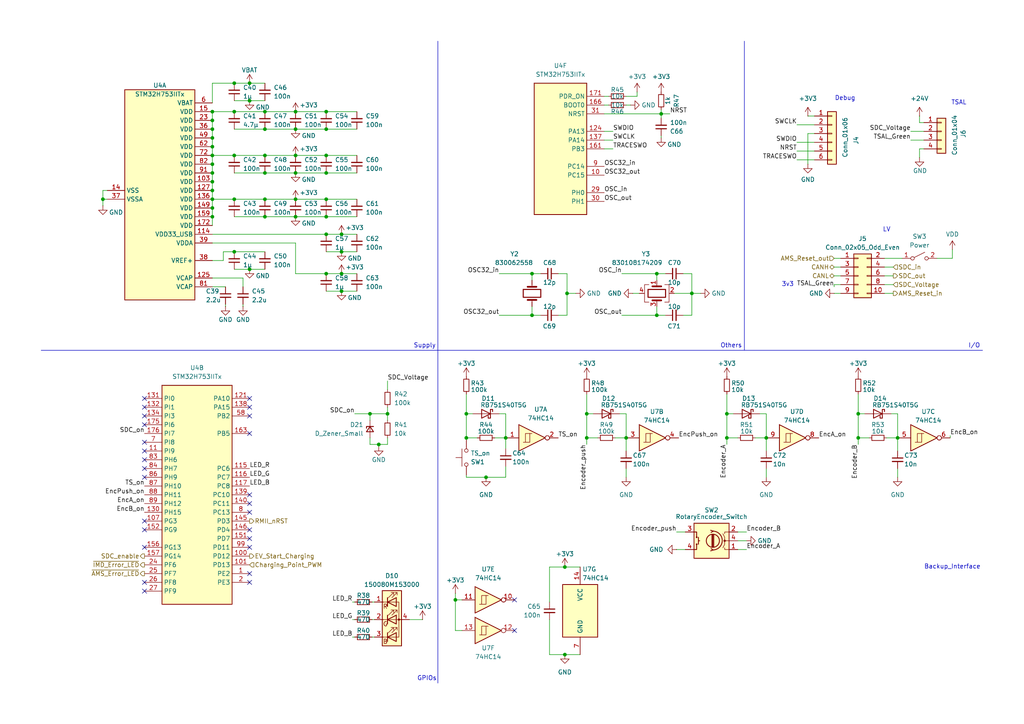
<source format=kicad_sch>
(kicad_sch
	(version 20250114)
	(generator "eeschema")
	(generator_version "9.0")
	(uuid "35b8a975-a1f8-4a47-8395-8e1ea283b386")
	(paper "A4")
	
	(text "Supply"
		(exclude_from_sim no)
		(at 123.19 100.33 0)
		(effects
			(font
				(size 1.27 1.27)
			)
		)
		(uuid "131e0615-657c-4f59-929d-0b7601842308")
	)
	(text "Backup_Interface"
		(exclude_from_sim no)
		(at 276.225 164.465 0)
		(effects
			(font
				(size 1.27 1.27)
			)
		)
		(uuid "15d77424-d13c-4f90-9f96-be8bf1adf8cc")
	)
	(text "3v3"
		(exclude_from_sim no)
		(at 226.695 82.55 0)
		(effects
			(font
				(size 1.27 1.27)
			)
			(justify left)
		)
		(uuid "364922e6-446e-413c-878a-bdcedb16435f")
	)
	(text "Debug"
		(exclude_from_sim no)
		(at 245.11 28.575 0)
		(effects
			(font
				(size 1.27 1.27)
			)
		)
		(uuid "79c5fecb-7e44-4b5c-b26a-b9a1ead8d6a7")
	)
	(text "GPIOs"
		(exclude_from_sim no)
		(at 123.825 196.85 0)
		(effects
			(font
				(size 1.27 1.27)
			)
		)
		(uuid "874e0f0d-b925-486e-858d-0f71e7baf11c")
	)
	(text "Others"
		(exclude_from_sim no)
		(at 212.09 100.33 0)
		(effects
			(font
				(size 1.27 1.27)
			)
		)
		(uuid "8c39beda-3239-4b4d-a394-cb66f7a7e4ef")
	)
	(text "LV"
		(exclude_from_sim no)
		(at 257.175 66.675 0)
		(effects
			(font
				(size 1.27 1.27)
			)
		)
		(uuid "8e72c987-571c-4fd1-98e2-d688bb9b9a23")
	)
	(text "TSAL"
		(exclude_from_sim no)
		(at 278.13 29.845 0)
		(effects
			(font
				(size 1.27 1.27)
			)
		)
		(uuid "b0e08e63-728e-465b-a9bb-a2354a70eaa5")
	)
	(text "I/O"
		(exclude_from_sim no)
		(at 282.575 100.33 0)
		(effects
			(font
				(size 1.27 1.27)
			)
		)
		(uuid "f89b8e88-7ad7-41ce-a0a0-f0fc435a26ef")
	)
	(junction
		(at 210.82 127)
		(diameter 0)
		(color 0 0 0 0)
		(uuid "03054f2e-9208-4716-83d7-1967059eae49")
	)
	(junction
		(at 170.18 120.015)
		(diameter 0)
		(color 0 0 0 0)
		(uuid "04edc9c4-6ba3-413b-80a1-5be3abfb178c")
	)
	(junction
		(at 61.595 60.325)
		(diameter 0)
		(color 0 0 0 0)
		(uuid "0639ff6d-0fa4-4a92-9101-ae69b2e89fd2")
	)
	(junction
		(at 135.255 127)
		(diameter 0)
		(color 0 0 0 0)
		(uuid "0da62957-c2c4-4942-91bd-ffb8d4251c5e")
	)
	(junction
		(at 67.945 32.385)
		(diameter 0)
		(color 0 0 0 0)
		(uuid "1277a601-4d5f-42fb-a0c5-a1f18ba0016e")
	)
	(junction
		(at 260.35 127)
		(diameter 0)
		(color 0 0 0 0)
		(uuid "1ec9d057-6b69-4bff-b2f9-d0b216a47459")
	)
	(junction
		(at 181.61 127)
		(diameter 0)
		(color 0 0 0 0)
		(uuid "1fbd7fc5-8c6d-4ada-afcb-22c60ceb9e34")
	)
	(junction
		(at 132.08 173.99)
		(diameter 0)
		(color 0 0 0 0)
		(uuid "2372f2f0-8b6b-4ba0-8156-48184e2d7c4f")
	)
	(junction
		(at 163.83 164.465)
		(diameter 0)
		(color 0 0 0 0)
		(uuid "32af624e-2218-4443-87a1-2186e9d667d8")
	)
	(junction
		(at 248.92 120.015)
		(diameter 0)
		(color 0 0 0 0)
		(uuid "37d9dbe4-82b9-4615-805a-2f19a542c56e")
	)
	(junction
		(at 170.18 127)
		(diameter 0)
		(color 0 0 0 0)
		(uuid "384fafa7-2dc2-475f-b12a-20aa52e1d930")
	)
	(junction
		(at 112.395 120.015)
		(diameter 0)
		(color 0 0 0 0)
		(uuid "38d409b5-2312-4643-b1fc-fd0131fce598")
	)
	(junction
		(at 67.945 57.785)
		(diameter 0)
		(color 0 0 0 0)
		(uuid "3a44a5b6-35e6-477b-bf34-724cef99df7e")
	)
	(junction
		(at 61.595 32.385)
		(diameter 0)
		(color 0 0 0 0)
		(uuid "3b2e415b-e57a-4f5e-b680-987d6e0ee75d")
	)
	(junction
		(at 76.835 45.085)
		(diameter 0)
		(color 0 0 0 0)
		(uuid "412c5816-2822-46ca-a32f-61cb431bfe1e")
	)
	(junction
		(at 61.595 34.925)
		(diameter 0)
		(color 0 0 0 0)
		(uuid "430d2d22-0f07-45e6-a066-ebb18e98b45d")
	)
	(junction
		(at 94.615 79.375)
		(diameter 0)
		(color 0 0 0 0)
		(uuid "432f5d77-435d-4ec6-8d84-c3578eca972e")
	)
	(junction
		(at 85.725 50.165)
		(diameter 0)
		(color 0 0 0 0)
		(uuid "43f5a8a8-38be-4f74-81aa-71bbc42e5709")
	)
	(junction
		(at 248.92 127)
		(diameter 0)
		(color 0 0 0 0)
		(uuid "46587df5-c4cb-464f-b081-46b2e985f2df")
	)
	(junction
		(at 99.06 84.455)
		(diameter 0)
		(color 0 0 0 0)
		(uuid "4904ae19-57ee-4766-a793-026af6184969")
	)
	(junction
		(at 61.595 57.785)
		(diameter 0)
		(color 0 0 0 0)
		(uuid "4a33e8c1-b15f-4db0-b29d-1dd2148aad9a")
	)
	(junction
		(at 85.725 57.785)
		(diameter 0)
		(color 0 0 0 0)
		(uuid "4bd9b2ee-526d-4e54-8543-852c7a6f1074")
	)
	(junction
		(at 61.595 40.005)
		(diameter 0)
		(color 0 0 0 0)
		(uuid "4bef900f-dc66-42af-b560-e8cc8d6a6bce")
	)
	(junction
		(at 61.595 37.465)
		(diameter 0)
		(color 0 0 0 0)
		(uuid "4c2b925c-0792-420d-8f18-1f562d9b6ba2")
	)
	(junction
		(at 99.06 73.025)
		(diameter 0)
		(color 0 0 0 0)
		(uuid "4ff38491-b732-4bec-930a-4ca407ceb858")
	)
	(junction
		(at 107.315 120.015)
		(diameter 0)
		(color 0 0 0 0)
		(uuid "543660ff-ca23-4fad-8505-bcc3272f30b0")
	)
	(junction
		(at 164.465 85.09)
		(diameter 0)
		(color 0 0 0 0)
		(uuid "556ed635-fced-44e3-845c-f708c990d149")
	)
	(junction
		(at 163.83 189.865)
		(diameter 0)
		(color 0 0 0 0)
		(uuid "57546ade-761b-45ef-9890-daec7eb5d082")
	)
	(junction
		(at 94.615 67.945)
		(diameter 0)
		(color 0 0 0 0)
		(uuid "58f143f7-5a5b-4ff8-89cf-03a63964eb53")
	)
	(junction
		(at 190.5 79.375)
		(diameter 0)
		(color 0 0 0 0)
		(uuid "592f8bd9-4310-4fe4-b840-3718d5a08ff0")
	)
	(junction
		(at 85.725 37.465)
		(diameter 0)
		(color 0 0 0 0)
		(uuid "5a46c399-0f9f-4049-86b9-32bfb792b0a4")
	)
	(junction
		(at 67.945 24.13)
		(diameter 0)
		(color 0 0 0 0)
		(uuid "5ee7831a-b9cd-4699-8b90-ccd7a33a516a")
	)
	(junction
		(at 94.615 62.865)
		(diameter 0)
		(color 0 0 0 0)
		(uuid "62af3ba4-2380-4137-9c4c-8f703fa148db")
	)
	(junction
		(at 222.25 127)
		(diameter 0)
		(color 0 0 0 0)
		(uuid "68357784-7318-43f3-becd-152fcf669e7d")
	)
	(junction
		(at 85.725 32.385)
		(diameter 0)
		(color 0 0 0 0)
		(uuid "6b4ae941-68bd-4806-b564-6051c3e374f6")
	)
	(junction
		(at 61.595 47.625)
		(diameter 0)
		(color 0 0 0 0)
		(uuid "6e7d6e8b-008e-46f2-97bf-300e301fcdc5")
	)
	(junction
		(at 72.39 29.21)
		(diameter 0)
		(color 0 0 0 0)
		(uuid "84972f59-b0b8-441f-aae9-7917b0ac015f")
	)
	(junction
		(at 85.725 45.085)
		(diameter 0)
		(color 0 0 0 0)
		(uuid "84d185bd-171c-460f-91bf-66aa757880e7")
	)
	(junction
		(at 76.835 37.465)
		(diameter 0)
		(color 0 0 0 0)
		(uuid "8a3e42ba-433e-476e-bec8-923cd84f46fb")
	)
	(junction
		(at 61.595 52.705)
		(diameter 0)
		(color 0 0 0 0)
		(uuid "93864b3d-3224-4702-bf3d-2ed04340069c")
	)
	(junction
		(at 99.06 79.375)
		(diameter 0)
		(color 0 0 0 0)
		(uuid "9e0818cf-2913-43d0-81ad-5fd7c6a3ddb1")
	)
	(junction
		(at 140.97 138.43)
		(diameter 0)
		(color 0 0 0 0)
		(uuid "a2af58c6-5f1e-4b3e-b0c0-12a279005486")
	)
	(junction
		(at 76.835 50.165)
		(diameter 0)
		(color 0 0 0 0)
		(uuid "a8da62c7-b5b2-4a05-8568-ce944b258201")
	)
	(junction
		(at 190.5 91.44)
		(diameter 0)
		(color 0 0 0 0)
		(uuid "ac9f37a4-8446-4a5b-a6ff-9f608799a097")
	)
	(junction
		(at 61.595 50.165)
		(diameter 0)
		(color 0 0 0 0)
		(uuid "b510fd1a-117a-465f-a751-9a561bd2ac96")
	)
	(junction
		(at 61.595 42.545)
		(diameter 0)
		(color 0 0 0 0)
		(uuid "b530e2a2-741c-4c76-ace0-7d60e6d206ce")
	)
	(junction
		(at 135.255 120.015)
		(diameter 0)
		(color 0 0 0 0)
		(uuid "b5323042-cbc4-4c6d-8b55-da362d9db400")
	)
	(junction
		(at 94.615 57.785)
		(diameter 0)
		(color 0 0 0 0)
		(uuid "bca7b570-75fa-40a7-a5dd-b415eee9e6fa")
	)
	(junction
		(at 94.615 50.165)
		(diameter 0)
		(color 0 0 0 0)
		(uuid "bcf0274b-9b82-4ddd-b442-da13a9d22e46")
	)
	(junction
		(at 67.945 73.025)
		(diameter 0)
		(color 0 0 0 0)
		(uuid "bdeb1722-eb35-4647-a7e0-350ed2e01785")
	)
	(junction
		(at 200.66 85.09)
		(diameter 0)
		(color 0 0 0 0)
		(uuid "c2234057-b903-484a-a2e3-a32a8859901c")
	)
	(junction
		(at 85.725 62.865)
		(diameter 0)
		(color 0 0 0 0)
		(uuid "c55b6c0a-705b-4ad7-afc8-beda683bc62e")
	)
	(junction
		(at 67.945 45.085)
		(diameter 0)
		(color 0 0 0 0)
		(uuid "ced6b67c-b589-447b-b173-eb3d5278bd77")
	)
	(junction
		(at 99.06 67.945)
		(diameter 0)
		(color 0 0 0 0)
		(uuid "ceeeb9fd-c3cf-438c-9822-df85739f3524")
	)
	(junction
		(at 191.77 33.02)
		(diameter 0)
		(color 0 0 0 0)
		(uuid "d01fb329-49c1-4312-9a86-8c2522e92a75")
	)
	(junction
		(at 72.39 24.13)
		(diameter 0)
		(color 0 0 0 0)
		(uuid "d181dd89-adb0-44ef-b5de-42f46220a519")
	)
	(junction
		(at 154.305 91.44)
		(diameter 0)
		(color 0 0 0 0)
		(uuid "d62f36d0-5342-483c-96b2-d979dd1cfd28")
	)
	(junction
		(at 154.305 79.375)
		(diameter 0)
		(color 0 0 0 0)
		(uuid "d7b6fc6c-855c-4ad5-b8db-ffb1631d4d8e")
	)
	(junction
		(at 29.845 57.785)
		(diameter 0)
		(color 0 0 0 0)
		(uuid "da4a391a-8756-4bbe-ad5d-6a5d7cc0698f")
	)
	(junction
		(at 72.39 78.105)
		(diameter 0)
		(color 0 0 0 0)
		(uuid "dc976682-daa7-427b-b632-e4e6f1b2f4a5")
	)
	(junction
		(at 146.685 127)
		(diameter 0)
		(color 0 0 0 0)
		(uuid "ddd035ed-81df-49e3-9245-82755440f4a5")
	)
	(junction
		(at 61.595 55.245)
		(diameter 0)
		(color 0 0 0 0)
		(uuid "e0d34c7c-a2c8-4d45-a4be-7edc074c7759")
	)
	(junction
		(at 210.82 120.015)
		(diameter 0)
		(color 0 0 0 0)
		(uuid "e28988d6-1ee7-4e20-9f02-35f81af9ff26")
	)
	(junction
		(at 94.615 32.385)
		(diameter 0)
		(color 0 0 0 0)
		(uuid "e6ae9a3e-d48c-4e18-9235-74fe81b4c978")
	)
	(junction
		(at 61.595 62.865)
		(diameter 0)
		(color 0 0 0 0)
		(uuid "eea696d1-0980-4f7d-9ba9-1ff3dcb2b606")
	)
	(junction
		(at 76.835 57.785)
		(diameter 0)
		(color 0 0 0 0)
		(uuid "f3f74bf6-10b1-4218-bfb6-61ef3118c054")
	)
	(junction
		(at 76.835 62.865)
		(diameter 0)
		(color 0 0 0 0)
		(uuid "f5150f2b-4683-49e5-a470-3066104142ee")
	)
	(junction
		(at 61.595 45.085)
		(diameter 0)
		(color 0 0 0 0)
		(uuid "f5abb69e-3023-40b6-8c88-ffed31815111")
	)
	(junction
		(at 76.835 32.385)
		(diameter 0)
		(color 0 0 0 0)
		(uuid "f71381d7-d154-4117-8ffa-0d9e641e8953")
	)
	(junction
		(at 94.615 45.085)
		(diameter 0)
		(color 0 0 0 0)
		(uuid "fa07ce36-60e8-4ebb-8b80-5cc0f863054d")
	)
	(junction
		(at 94.615 37.465)
		(diameter 0)
		(color 0 0 0 0)
		(uuid "fea021c6-6169-4cbd-bd9b-0c0e6e7bdfc0")
	)
	(junction
		(at 109.855 128.905)
		(diameter 0)
		(color 0 0 0 0)
		(uuid "fee4a54d-fd10-4b4f-97f2-238b76d9efae")
	)
	(no_connect
		(at 72.39 153.67)
		(uuid "0979849e-710e-47b6-86d7-e9c688b9aa11")
	)
	(no_connect
		(at 72.39 143.51)
		(uuid "13083978-a433-486d-9ce7-3968dc7190da")
	)
	(no_connect
		(at 41.91 123.19)
		(uuid "146ce1fc-bec7-4dc3-ab48-bc46d796fe51")
	)
	(no_connect
		(at 72.39 166.37)
		(uuid "184e0b37-2f9c-4056-97b4-ef1a017e4ee4")
	)
	(no_connect
		(at 41.91 168.91)
		(uuid "1ab33352-5df0-41d3-8a2b-70622302d93e")
	)
	(no_connect
		(at 41.91 115.57)
		(uuid "23ed13f4-98b6-439c-b825-aece08b8acca")
	)
	(no_connect
		(at 72.39 168.91)
		(uuid "280c6123-36ed-4032-a8fb-23625e9cbf40")
	)
	(no_connect
		(at 149.225 182.88)
		(uuid "29403ca2-cc18-4015-b634-200487c369b9")
	)
	(no_connect
		(at 72.39 118.11)
		(uuid "3071b2a9-834c-4d88-bf39-2726c506937e")
	)
	(no_connect
		(at 72.39 156.21)
		(uuid "4f5fb956-ecd3-4e6a-b104-4f11672ec02d")
	)
	(no_connect
		(at 72.39 115.57)
		(uuid "554342c8-e8a6-401a-9844-51d2683b8c11")
	)
	(no_connect
		(at 72.39 148.59)
		(uuid "56d7413a-87a1-4ad6-8dbd-0da9468a8192")
	)
	(no_connect
		(at 41.91 153.67)
		(uuid "5cb0fac4-5588-43dd-a51e-c4f003bc7824")
	)
	(no_connect
		(at 41.91 171.45)
		(uuid "7e0e686d-2fb2-4695-9b96-f6d8257bde24")
	)
	(no_connect
		(at 149.225 173.99)
		(uuid "8cf95af1-9033-42fe-8297-3430137568f8")
	)
	(no_connect
		(at 72.39 146.05)
		(uuid "9c567fc2-914f-47ce-9a54-4d0e0f7c77a2")
	)
	(no_connect
		(at 72.39 125.73)
		(uuid "ae028c46-c4c0-44a8-ab15-5a3221e64571")
	)
	(no_connect
		(at 41.91 158.75)
		(uuid "b2a1bafe-da14-4fcd-aca9-95c91fcd2301")
	)
	(no_connect
		(at 41.91 120.65)
		(uuid "bf91d5ab-3192-49f6-a0f3-cb8a4dc750a6")
	)
	(no_connect
		(at 41.91 138.43)
		(uuid "c17d3ccd-81ba-4fdd-af5d-4cffde13a405")
	)
	(no_connect
		(at 41.91 133.35)
		(uuid "c2dec42b-d8b6-4fba-8ad8-3058ad41867c")
	)
	(no_connect
		(at 41.91 130.81)
		(uuid "cb35255e-15c1-4414-bab0-36e7e6123437")
	)
	(no_connect
		(at 72.39 120.65)
		(uuid "cf225bd0-a812-4259-9c6d-76bce07b2df2")
	)
	(no_connect
		(at 41.91 135.89)
		(uuid "cf870591-39f4-4cb8-9b41-ec579bc32917")
	)
	(no_connect
		(at 41.91 151.13)
		(uuid "d187bd36-9147-40e9-9890-05ffb8be5838")
	)
	(no_connect
		(at 41.91 128.27)
		(uuid "d944d886-a214-438d-bf39-c2249697a1c3")
	)
	(no_connect
		(at 41.91 118.11)
		(uuid "db10fffb-96cd-4cae-b23e-174ce2da0ba8")
	)
	(no_connect
		(at 72.39 158.75)
		(uuid "e38f9f38-fab1-4a5d-8735-35ab6dacc3c2")
	)
	(wire
		(pts
			(xy 29.845 55.245) (xy 29.845 57.785)
		)
		(stroke
			(width 0)
			(type default)
		)
		(uuid "032e93c1-425f-4fcb-aba6-03ae1c74082b")
	)
	(wire
		(pts
			(xy 61.595 50.165) (xy 61.595 52.705)
		)
		(stroke
			(width 0)
			(type default)
		)
		(uuid "04debeef-549a-4c39-927b-69f1f0139e70")
	)
	(wire
		(pts
			(xy 102.235 184.785) (xy 102.87 184.785)
		)
		(stroke
			(width 0)
			(type default)
		)
		(uuid "05c2eb4c-a567-4a7b-9a8b-6cba89516905")
	)
	(wire
		(pts
			(xy 163.83 164.465) (xy 159.385 164.465)
		)
		(stroke
			(width 0)
			(type default)
		)
		(uuid "07a82d9a-9ca8-4d08-8726-f180541b7083")
	)
	(wire
		(pts
			(xy 94.615 84.455) (xy 99.06 84.455)
		)
		(stroke
			(width 0)
			(type default)
		)
		(uuid "0897e0f0-120b-400e-bb14-897e40e7b02d")
	)
	(wire
		(pts
			(xy 61.595 45.085) (xy 61.595 47.625)
		)
		(stroke
			(width 0)
			(type default)
		)
		(uuid "097118d6-edc8-4348-b70f-10344c435092")
	)
	(wire
		(pts
			(xy 276.225 74.93) (xy 271.78 74.93)
		)
		(stroke
			(width 0)
			(type default)
		)
		(uuid "0abfaed6-42e2-4ebd-ac06-07b93585aba9")
	)
	(wire
		(pts
			(xy 210.82 127) (xy 210.82 120.015)
		)
		(stroke
			(width 0)
			(type default)
		)
		(uuid "0acb257e-2494-4ba3-9e68-77f675c74b58")
	)
	(wire
		(pts
			(xy 132.08 173.99) (xy 133.985 173.99)
		)
		(stroke
			(width 0)
			(type default)
		)
		(uuid "0c12a21c-7010-4ff8-acfb-f02a5c09dbb8")
	)
	(wire
		(pts
			(xy 266.7 33.655) (xy 266.7 35.56)
		)
		(stroke
			(width 0)
			(type default)
		)
		(uuid "0e5c1ed1-997f-463b-a28c-687c838c6c3e")
	)
	(wire
		(pts
			(xy 164.465 79.375) (xy 161.925 79.375)
		)
		(stroke
			(width 0)
			(type default)
		)
		(uuid "0f6e8366-0d81-4da7-9f30-62173a06d853")
	)
	(wire
		(pts
			(xy 144.78 91.44) (xy 154.305 91.44)
		)
		(stroke
			(width 0)
			(type default)
		)
		(uuid "0f761e8c-44a9-43ba-8303-ba52fba04da2")
	)
	(wire
		(pts
			(xy 94.615 32.385) (xy 103.505 32.385)
		)
		(stroke
			(width 0)
			(type default)
		)
		(uuid "0fa1f5e0-0ffe-4f7d-bf74-e541cdb35448")
	)
	(wire
		(pts
			(xy 67.945 29.21) (xy 72.39 29.21)
		)
		(stroke
			(width 0)
			(type default)
		)
		(uuid "104524c5-4e85-46bb-8fcf-6e42d9b60b65")
	)
	(wire
		(pts
			(xy 196.215 154.305) (xy 198.755 154.305)
		)
		(stroke
			(width 0)
			(type default)
		)
		(uuid "10bcdded-64db-4cbe-937c-70873d7cfb8e")
	)
	(wire
		(pts
			(xy 154.305 88.9) (xy 154.305 91.44)
		)
		(stroke
			(width 0)
			(type default)
		)
		(uuid "11e88f10-3504-432d-b8ed-d3a2e1236c08")
	)
	(wire
		(pts
			(xy 159.385 179.705) (xy 159.385 189.865)
		)
		(stroke
			(width 0)
			(type default)
		)
		(uuid "12993ed2-1dc1-4d0e-86ff-959c1d8c40f6")
	)
	(wire
		(pts
			(xy 156.845 79.375) (xy 154.305 79.375)
		)
		(stroke
			(width 0)
			(type default)
		)
		(uuid "13465972-5b15-4360-a8d8-10dafd7f715f")
	)
	(wire
		(pts
			(xy 61.595 80.645) (xy 70.485 80.645)
		)
		(stroke
			(width 0)
			(type default)
		)
		(uuid "148b4878-4176-450e-a5d5-e6bfe383516f")
	)
	(wire
		(pts
			(xy 276.225 72.39) (xy 276.225 74.93)
		)
		(stroke
			(width 0)
			(type default)
		)
		(uuid "149f6158-2d55-4904-9005-6a7af8f5b0bd")
	)
	(wire
		(pts
			(xy 61.595 70.485) (xy 85.725 70.485)
		)
		(stroke
			(width 0)
			(type default)
		)
		(uuid "17aaff2b-efe1-44db-8c2b-80df99259895")
	)
	(wire
		(pts
			(xy 266.7 45.72) (xy 266.7 43.18)
		)
		(stroke
			(width 0)
			(type default)
		)
		(uuid "17af4a42-5d6e-4b1d-a623-823e298f89ff")
	)
	(wire
		(pts
			(xy 248.92 127) (xy 248.92 120.015)
		)
		(stroke
			(width 0)
			(type default)
		)
		(uuid "189cc12e-17f9-4ac7-a5e3-046d825e6b14")
	)
	(wire
		(pts
			(xy 99.06 67.945) (xy 103.505 67.945)
		)
		(stroke
			(width 0)
			(type default)
		)
		(uuid "1a1d5fa7-6a93-453f-bf03-bdc034a2e77b")
	)
	(wire
		(pts
			(xy 94.615 57.785) (xy 103.505 57.785)
		)
		(stroke
			(width 0)
			(type default)
		)
		(uuid "1c4dff5e-c946-4edf-b17e-21144a60469e")
	)
	(wire
		(pts
			(xy 241.935 77.47) (xy 243.84 77.47)
		)
		(stroke
			(width 0)
			(type default)
		)
		(uuid "1d2e0e02-2515-4d66-aeb3-65162d89a3f4")
	)
	(wire
		(pts
			(xy 184.785 27.94) (xy 181.61 27.94)
		)
		(stroke
			(width 0)
			(type default)
		)
		(uuid "1f04f8da-308f-4d4b-b645-ba6a9e3ab5d0")
	)
	(wire
		(pts
			(xy 76.835 32.385) (xy 85.725 32.385)
		)
		(stroke
			(width 0)
			(type default)
		)
		(uuid "1faf3668-c96e-4421-a896-b7c77f08f668")
	)
	(wire
		(pts
			(xy 61.595 83.185) (xy 65.405 83.185)
		)
		(stroke
			(width 0)
			(type default)
		)
		(uuid "1ffb5664-1168-4c3c-85d6-4fdbdf0c4e6e")
	)
	(wire
		(pts
			(xy 264.16 38.1) (xy 267.97 38.1)
		)
		(stroke
			(width 0)
			(type default)
		)
		(uuid "24d23fd4-dde8-468b-82b9-b8390fc82a84")
	)
	(wire
		(pts
			(xy 135.255 120.015) (xy 135.255 114.3)
		)
		(stroke
			(width 0)
			(type default)
		)
		(uuid "24dd2109-d885-4f25-9b95-438c9c83cf53")
	)
	(wire
		(pts
			(xy 180.34 91.44) (xy 190.5 91.44)
		)
		(stroke
			(width 0)
			(type default)
		)
		(uuid "253dfb7b-e994-492e-9366-0b579cd2b921")
	)
	(wire
		(pts
			(xy 175.26 43.18) (xy 177.8 43.18)
		)
		(stroke
			(width 0)
			(type default)
		)
		(uuid "2648ca35-0d3b-41fc-a0c7-4426c47646af")
	)
	(wire
		(pts
			(xy 178.435 127) (xy 181.61 127)
		)
		(stroke
			(width 0)
			(type default)
		)
		(uuid "2648ed24-8d46-4019-81af-59cb3d3be6ef")
	)
	(wire
		(pts
			(xy 191.77 31.75) (xy 191.77 33.02)
		)
		(stroke
			(width 0)
			(type default)
		)
		(uuid "26c33951-823a-4537-8b37-6d067360a301")
	)
	(wire
		(pts
			(xy 112.395 128.905) (xy 112.395 127)
		)
		(stroke
			(width 0)
			(type default)
		)
		(uuid "2c4f26c5-5c63-4935-8730-31c29fa84cce")
	)
	(wire
		(pts
			(xy 181.61 127) (xy 181.61 130.81)
		)
		(stroke
			(width 0)
			(type default)
		)
		(uuid "2cdd5f51-0d96-4792-81bb-d51b64b09cb3")
	)
	(wire
		(pts
			(xy 61.595 24.13) (xy 67.945 24.13)
		)
		(stroke
			(width 0)
			(type default)
		)
		(uuid "309416c5-01a5-479d-b151-4aa15c679aae")
	)
	(wire
		(pts
			(xy 85.725 79.375) (xy 94.615 79.375)
		)
		(stroke
			(width 0)
			(type default)
		)
		(uuid "310b3c16-f636-42e3-92d9-8323bba36848")
	)
	(wire
		(pts
			(xy 76.835 37.465) (xy 85.725 37.465)
		)
		(stroke
			(width 0)
			(type default)
		)
		(uuid "330ea2aa-85e8-4ceb-99f4-7100f8ce0417")
	)
	(wire
		(pts
			(xy 191.77 33.02) (xy 194.31 33.02)
		)
		(stroke
			(width 0)
			(type default)
		)
		(uuid "347806f3-c012-4e14-b373-8933bd8734e0")
	)
	(wire
		(pts
			(xy 76.835 57.785) (xy 85.725 57.785)
		)
		(stroke
			(width 0)
			(type default)
		)
		(uuid "36d2f170-42d7-42b6-bedf-1e807c2cdfa4")
	)
	(wire
		(pts
			(xy 132.08 182.88) (xy 133.985 182.88)
		)
		(stroke
			(width 0)
			(type default)
		)
		(uuid "37e53374-fbe2-4c94-9df6-af2d252aceb1")
	)
	(wire
		(pts
			(xy 212.725 120.015) (xy 210.82 120.015)
		)
		(stroke
			(width 0)
			(type default)
		)
		(uuid "3d2600c5-4b7c-4f1d-afa3-11b5c6dcb5c5")
	)
	(wire
		(pts
			(xy 61.595 42.545) (xy 61.595 45.085)
		)
		(stroke
			(width 0)
			(type default)
		)
		(uuid "3ef07bc0-0d1b-4958-a3ce-4224cfe09f5c")
	)
	(wire
		(pts
			(xy 175.26 30.48) (xy 176.53 30.48)
		)
		(stroke
			(width 0)
			(type default)
		)
		(uuid "403943a3-7606-4350-b9f9-7a83a426e950")
	)
	(wire
		(pts
			(xy 107.315 120.015) (xy 107.315 121.92)
		)
		(stroke
			(width 0)
			(type default)
		)
		(uuid "40f3fbab-c25f-4c9a-a6ab-fb4449cf418a")
	)
	(wire
		(pts
			(xy 67.945 73.025) (xy 76.835 73.025)
		)
		(stroke
			(width 0)
			(type default)
		)
		(uuid "41a4017a-ed14-481c-94d2-358f975fdabf")
	)
	(wire
		(pts
			(xy 146.685 135.255) (xy 146.685 138.43)
		)
		(stroke
			(width 0)
			(type default)
		)
		(uuid "42a6c1c1-0bec-4a64-ba97-022485632b2c")
	)
	(wire
		(pts
			(xy 196.215 159.385) (xy 198.755 159.385)
		)
		(stroke
			(width 0)
			(type default)
		)
		(uuid "45efd4b5-380f-4cd4-904f-cf4fa9f9daec")
	)
	(wire
		(pts
			(xy 99.06 79.375) (xy 103.505 79.375)
		)
		(stroke
			(width 0)
			(type default)
		)
		(uuid "4744999c-668b-4ef7-aadc-3605c6b773bc")
	)
	(wire
		(pts
			(xy 181.61 120.015) (xy 179.705 120.015)
		)
		(stroke
			(width 0)
			(type default)
		)
		(uuid "49c65d79-8bc2-442d-ab86-201154fc87cc")
	)
	(wire
		(pts
			(xy 241.935 82.55) (xy 243.84 82.55)
		)
		(stroke
			(width 0)
			(type default)
		)
		(uuid "4a8c75fc-97c8-4a4c-ae30-d2dd3740701b")
	)
	(wire
		(pts
			(xy 94.615 67.945) (xy 99.06 67.945)
		)
		(stroke
			(width 0)
			(type default)
		)
		(uuid "4b920d01-933a-491c-99e7-03b14beb823a")
	)
	(wire
		(pts
			(xy 31.115 57.785) (xy 29.845 57.785)
		)
		(stroke
			(width 0)
			(type default)
		)
		(uuid "4d5c3bc0-56ca-42fc-9e4b-f425c7170797")
	)
	(wire
		(pts
			(xy 64.77 75.565) (xy 64.77 73.025)
		)
		(stroke
			(width 0)
			(type default)
		)
		(uuid "50907a1c-ae3b-4cb2-8b1f-a2bbd698e6e7")
	)
	(wire
		(pts
			(xy 164.465 85.09) (xy 164.465 79.375)
		)
		(stroke
			(width 0)
			(type default)
		)
		(uuid "50b98742-cad0-4c19-a7a0-a62a29ac5fcc")
	)
	(wire
		(pts
			(xy 222.25 120.015) (xy 220.345 120.015)
		)
		(stroke
			(width 0)
			(type default)
		)
		(uuid "5191c369-027d-4092-b2b8-93d2603c665e")
	)
	(wire
		(pts
			(xy 260.35 135.89) (xy 260.35 138.43)
		)
		(stroke
			(width 0)
			(type default)
		)
		(uuid "5248ae66-747b-402d-b1e1-3923ddbceb53")
	)
	(wire
		(pts
			(xy 109.855 129.54) (xy 109.855 128.905)
		)
		(stroke
			(width 0)
			(type default)
		)
		(uuid "55392592-7026-4f7e-ac69-d16b34d6c332")
	)
	(wire
		(pts
			(xy 193.04 79.375) (xy 190.5 79.375)
		)
		(stroke
			(width 0)
			(type default)
		)
		(uuid "555e9d66-742b-4eec-a060-e02888a73929")
	)
	(wire
		(pts
			(xy 146.685 127) (xy 146.685 120.015)
		)
		(stroke
			(width 0)
			(type default)
		)
		(uuid "55cfb840-558a-4935-83f9-4eb19eacb4b8")
	)
	(wire
		(pts
			(xy 175.26 38.1) (xy 177.8 38.1)
		)
		(stroke
			(width 0)
			(type default)
		)
		(uuid "57d04a43-6d2e-4867-91ea-a8b774abf2a0")
	)
	(wire
		(pts
			(xy 190.5 79.375) (xy 190.5 81.28)
		)
		(stroke
			(width 0)
			(type default)
		)
		(uuid "5a7fb71b-fa03-4ad2-9d6d-61e0ee9e0398")
	)
	(wire
		(pts
			(xy 72.39 78.105) (xy 76.835 78.105)
		)
		(stroke
			(width 0)
			(type default)
		)
		(uuid "5aff9e20-a3fa-44e2-b265-1bacc7296e59")
	)
	(polyline
		(pts
			(xy 215.9 11.938) (xy 215.9 101.6)
		)
		(stroke
			(width 0)
			(type default)
		)
		(uuid "5d5a5bf6-27d1-48b9-96a5-b3ec58aa8e29")
	)
	(wire
		(pts
			(xy 191.77 34.29) (xy 191.77 33.02)
		)
		(stroke
			(width 0)
			(type default)
		)
		(uuid "60b71a6b-1157-4946-bc97-0a3329be562e")
	)
	(wire
		(pts
			(xy 163.83 189.865) (xy 168.275 189.865)
		)
		(stroke
			(width 0)
			(type default)
		)
		(uuid "6135ec72-54f1-443e-a5b5-c37342bd387e")
	)
	(wire
		(pts
			(xy 107.95 179.705) (xy 108.585 179.705)
		)
		(stroke
			(width 0)
			(type default)
		)
		(uuid "62b842d4-cccf-48c1-93fb-672495a4281c")
	)
	(wire
		(pts
			(xy 85.725 32.385) (xy 94.615 32.385)
		)
		(stroke
			(width 0)
			(type default)
		)
		(uuid "6303d52b-100d-46f3-a928-30836b82f1cc")
	)
	(wire
		(pts
			(xy 94.615 50.165) (xy 103.505 50.165)
		)
		(stroke
			(width 0)
			(type default)
		)
		(uuid "6396b971-f44f-406f-9e4e-0613cb6bf000")
	)
	(wire
		(pts
			(xy 135.255 127.635) (xy 135.255 127)
		)
		(stroke
			(width 0)
			(type default)
		)
		(uuid "64e3a189-c1ad-459d-995d-a0035f523f27")
	)
	(wire
		(pts
			(xy 112.395 120.015) (xy 107.315 120.015)
		)
		(stroke
			(width 0)
			(type default)
		)
		(uuid "6625ace8-7df0-49fe-be18-552f69797353")
	)
	(wire
		(pts
			(xy 72.39 24.13) (xy 76.835 24.13)
		)
		(stroke
			(width 0)
			(type default)
		)
		(uuid "67d92ab7-6b27-413e-9d68-7d1c5c2811e8")
	)
	(wire
		(pts
			(xy 67.945 37.465) (xy 76.835 37.465)
		)
		(stroke
			(width 0)
			(type default)
		)
		(uuid "6806237e-7ade-4701-8b03-154f1dcd585d")
	)
	(wire
		(pts
			(xy 61.595 57.785) (xy 61.595 60.325)
		)
		(stroke
			(width 0)
			(type default)
		)
		(uuid "6a586c9f-68a8-4812-82a9-a5e31d2a3515")
	)
	(wire
		(pts
			(xy 170.18 127) (xy 170.18 120.015)
		)
		(stroke
			(width 0)
			(type default)
		)
		(uuid "6be6246e-4199-4714-be23-b158dcd26c83")
	)
	(wire
		(pts
			(xy 170.18 120.015) (xy 170.18 114.3)
		)
		(stroke
			(width 0)
			(type default)
		)
		(uuid "6d08ff60-dd10-45f6-8a05-095ee98a5730")
	)
	(wire
		(pts
			(xy 118.745 179.705) (xy 122.555 179.705)
		)
		(stroke
			(width 0)
			(type default)
		)
		(uuid "6d45df03-d4db-468d-b940-85424d61490f")
	)
	(wire
		(pts
			(xy 184.785 26.67) (xy 184.785 27.94)
		)
		(stroke
			(width 0)
			(type default)
		)
		(uuid "6d4f3bce-43e5-4382-80fd-e1bf727cadaf")
	)
	(wire
		(pts
			(xy 264.16 40.64) (xy 267.97 40.64)
		)
		(stroke
			(width 0)
			(type default)
		)
		(uuid "6e4c3d8c-0039-454c-9ed5-ebed97a25dfd")
	)
	(wire
		(pts
			(xy 200.66 91.44) (xy 200.66 85.09)
		)
		(stroke
			(width 0)
			(type default)
		)
		(uuid "6e65cf2f-79a8-42d3-a1d9-dc3348bdfd63")
	)
	(wire
		(pts
			(xy 260.35 127) (xy 260.35 130.81)
		)
		(stroke
			(width 0)
			(type default)
		)
		(uuid "6ef6778b-bc85-4d70-ac90-14af113f39b0")
	)
	(wire
		(pts
			(xy 234.315 38.735) (xy 236.22 38.735)
		)
		(stroke
			(width 0)
			(type default)
		)
		(uuid "6f73b510-add9-447a-a656-606690f47875")
	)
	(wire
		(pts
			(xy 190.5 91.44) (xy 193.04 91.44)
		)
		(stroke
			(width 0)
			(type default)
		)
		(uuid "703d9349-c8a4-4a59-8d3d-5b12a6be4b90")
	)
	(wire
		(pts
			(xy 181.61 135.89) (xy 181.61 138.43)
		)
		(stroke
			(width 0)
			(type default)
		)
		(uuid "72e34599-0c42-46a0-9c0b-77a570bf18de")
	)
	(wire
		(pts
			(xy 64.77 73.025) (xy 67.945 73.025)
		)
		(stroke
			(width 0)
			(type default)
		)
		(uuid "73b6ecd5-6c6d-4016-bd27-0a2d8d9f1dcb")
	)
	(wire
		(pts
			(xy 222.25 135.89) (xy 222.25 138.43)
		)
		(stroke
			(width 0)
			(type default)
		)
		(uuid "758d34b8-5e0c-4d3e-a8e7-0bf6f0655aa8")
	)
	(wire
		(pts
			(xy 94.615 79.375) (xy 99.06 79.375)
		)
		(stroke
			(width 0)
			(type default)
		)
		(uuid "75c1b770-6d91-48ed-b5bb-2a7474ec1302")
	)
	(wire
		(pts
			(xy 248.92 120.015) (xy 248.92 114.3)
		)
		(stroke
			(width 0)
			(type default)
		)
		(uuid "75c4b408-7bb5-4316-be8b-144dfb3a0679")
	)
	(wire
		(pts
			(xy 109.855 128.905) (xy 112.395 128.905)
		)
		(stroke
			(width 0)
			(type default)
		)
		(uuid "7914a7e9-5528-4149-9398-b8c7534f01a7")
	)
	(wire
		(pts
			(xy 94.615 37.465) (xy 103.505 37.465)
		)
		(stroke
			(width 0)
			(type default)
		)
		(uuid "79b4f1a0-ad3e-42ad-8d4d-96fdacee2d98")
	)
	(wire
		(pts
			(xy 222.25 127) (xy 222.25 120.015)
		)
		(stroke
			(width 0)
			(type default)
		)
		(uuid "7a70a435-d0a5-4728-9fe3-488b103c0ff1")
	)
	(wire
		(pts
			(xy 61.595 75.565) (xy 64.77 75.565)
		)
		(stroke
			(width 0)
			(type default)
		)
		(uuid "7af938fc-d107-4e8b-b420-77fc02771c52")
	)
	(wire
		(pts
			(xy 275.59 127) (xy 275.59 126.365)
		)
		(stroke
			(width 0)
			(type default)
		)
		(uuid "7f725b4f-659d-48ef-a319-985a2cbfb908")
	)
	(wire
		(pts
			(xy 219.075 127) (xy 222.25 127)
		)
		(stroke
			(width 0)
			(type default)
		)
		(uuid "839b782e-28ab-428d-b1be-7822af7b71cb")
	)
	(wire
		(pts
			(xy 180.34 79.375) (xy 190.5 79.375)
		)
		(stroke
			(width 0)
			(type default)
		)
		(uuid "83a55d68-4ab7-4179-9354-0c5cc77b1c73")
	)
	(wire
		(pts
			(xy 76.835 50.165) (xy 85.725 50.165)
		)
		(stroke
			(width 0)
			(type default)
		)
		(uuid "84e3fdd0-3727-441e-a756-9e0c64b0f45f")
	)
	(polyline
		(pts
			(xy 127 11.938) (xy 127 101.6)
		)
		(stroke
			(width 0)
			(type default)
		)
		(uuid "84f38b85-0f5d-4a4b-80bb-696a14d4aafa")
	)
	(wire
		(pts
			(xy 140.97 138.43) (xy 146.685 138.43)
		)
		(stroke
			(width 0)
			(type default)
		)
		(uuid "86313ec9-c45c-40da-8b43-e3bfab508203")
	)
	(wire
		(pts
			(xy 248.92 127) (xy 252.095 127)
		)
		(stroke
			(width 0)
			(type default)
		)
		(uuid "86947a20-bfbb-470f-ade3-d9f6007b69ac")
	)
	(wire
		(pts
			(xy 175.26 40.64) (xy 177.8 40.64)
		)
		(stroke
			(width 0)
			(type default)
		)
		(uuid "88b8f5b6-3715-41e0-a3a8-0d0e3a6c1e02")
	)
	(wire
		(pts
			(xy 168.275 164.465) (xy 163.83 164.465)
		)
		(stroke
			(width 0)
			(type default)
		)
		(uuid "89e32d00-bc94-4885-82e0-5dd30728688e")
	)
	(wire
		(pts
			(xy 61.595 67.945) (xy 94.615 67.945)
		)
		(stroke
			(width 0)
			(type default)
		)
		(uuid "8b6d86c8-a76b-4172-a3e3-318a9ff50aa3")
	)
	(polyline
		(pts
			(xy 127 101.6) (xy 127 198.12)
		)
		(stroke
			(width 0)
			(type default)
		)
		(uuid "8bcf0b4a-6f01-4a5f-b0f5-c84531e850c3")
	)
	(wire
		(pts
			(xy 260.35 120.015) (xy 258.445 120.015)
		)
		(stroke
			(width 0)
			(type default)
		)
		(uuid "8c19e9ff-e4ef-4483-a680-8e6b2961edcb")
	)
	(wire
		(pts
			(xy 210.82 127) (xy 213.995 127)
		)
		(stroke
			(width 0)
			(type default)
		)
		(uuid "8c3414c8-1f18-4d52-9d18-92efb010e968")
	)
	(wire
		(pts
			(xy 102.235 174.625) (xy 102.87 174.625)
		)
		(stroke
			(width 0)
			(type default)
		)
		(uuid "8ebbf762-fbce-49fe-bfeb-dcdacafb24c4")
	)
	(wire
		(pts
			(xy 231.14 41.275) (xy 236.22 41.275)
		)
		(stroke
			(width 0)
			(type default)
		)
		(uuid "9010c615-b8dc-48be-91ed-68e32181e1d7")
	)
	(wire
		(pts
			(xy 190.5 88.9) (xy 190.5 91.44)
		)
		(stroke
			(width 0)
			(type default)
		)
		(uuid "901b9b2d-ac73-44b7-895b-ec05897b6639")
	)
	(wire
		(pts
			(xy 200.66 85.09) (xy 203.2 85.09)
		)
		(stroke
			(width 0)
			(type default)
		)
		(uuid "9093e411-b067-4966-8fa8-328292f3ebea")
	)
	(wire
		(pts
			(xy 61.595 55.245) (xy 61.595 57.785)
		)
		(stroke
			(width 0)
			(type default)
		)
		(uuid "90b8ebde-31c8-4847-a287-5f7fd9675ba3")
	)
	(wire
		(pts
			(xy 243.84 85.09) (xy 241.935 85.09)
		)
		(stroke
			(width 0)
			(type default)
		)
		(uuid "91741062-b740-4586-b9f4-922451ae440c")
	)
	(wire
		(pts
			(xy 170.18 128.905) (xy 170.18 127)
		)
		(stroke
			(width 0)
			(type default)
		)
		(uuid "964c4c95-0edc-42d0-810d-ad4479439d49")
	)
	(wire
		(pts
			(xy 99.06 73.025) (xy 103.505 73.025)
		)
		(stroke
			(width 0)
			(type default)
		)
		(uuid "973662df-2e27-4c95-a259-713a9d128e46")
	)
	(wire
		(pts
			(xy 159.385 164.465) (xy 159.385 174.625)
		)
		(stroke
			(width 0)
			(type default)
		)
		(uuid "978df144-cdde-4d69-8b01-c4fe7024360a")
	)
	(wire
		(pts
			(xy 154.305 91.44) (xy 156.845 91.44)
		)
		(stroke
			(width 0)
			(type default)
		)
		(uuid "97ede80a-b5b1-4149-b441-4a9a24261021")
	)
	(wire
		(pts
			(xy 29.845 57.785) (xy 29.845 59.69)
		)
		(stroke
			(width 0)
			(type default)
		)
		(uuid "98d5f97d-76ee-4339-9fcb-0aad1bffdd91")
	)
	(wire
		(pts
			(xy 200.66 85.09) (xy 195.58 85.09)
		)
		(stroke
			(width 0)
			(type default)
		)
		(uuid "9cc1ff3f-cefe-4a7e-b237-e926d6edbe05")
	)
	(wire
		(pts
			(xy 266.7 35.56) (xy 267.97 35.56)
		)
		(stroke
			(width 0)
			(type default)
		)
		(uuid "9d514266-0ddd-4350-a00d-f23dcaf52f6f")
	)
	(wire
		(pts
			(xy 107.315 120.015) (xy 102.87 120.015)
		)
		(stroke
			(width 0)
			(type default)
		)
		(uuid "9d8b6b7c-364f-4e1a-8da5-3819b2a08675")
	)
	(wire
		(pts
			(xy 241.935 83.185) (xy 241.935 82.55)
		)
		(stroke
			(width 0)
			(type default)
		)
		(uuid "9f544dbe-c4bf-4ea9-ae26-92987485c5f5")
	)
	(wire
		(pts
			(xy 61.595 47.625) (xy 61.595 50.165)
		)
		(stroke
			(width 0)
			(type default)
		)
		(uuid "9f9ae461-b89c-4786-9861-dda1960da6f7")
	)
	(wire
		(pts
			(xy 67.945 24.13) (xy 72.39 24.13)
		)
		(stroke
			(width 0)
			(type default)
		)
		(uuid "a10ab475-065e-44da-aa1e-4acd1b79678e")
	)
	(wire
		(pts
			(xy 85.725 62.865) (xy 94.615 62.865)
		)
		(stroke
			(width 0)
			(type default)
		)
		(uuid "a1794c33-030e-4353-b243-ecbb43184f8d")
	)
	(wire
		(pts
			(xy 146.685 127) (xy 146.685 130.175)
		)
		(stroke
			(width 0)
			(type default)
		)
		(uuid "a492a2d2-690f-48ce-8b67-44ff70ef9cd0")
	)
	(wire
		(pts
			(xy 94.615 73.025) (xy 99.06 73.025)
		)
		(stroke
			(width 0)
			(type default)
		)
		(uuid "a5b56033-b81b-415f-a7ab-e84f87f8230e")
	)
	(wire
		(pts
			(xy 200.66 85.09) (xy 200.66 79.375)
		)
		(stroke
			(width 0)
			(type default)
		)
		(uuid "a5ffdd7d-d73d-4f19-a48a-67b6dccc47b4")
	)
	(wire
		(pts
			(xy 112.395 113.03) (xy 112.395 110.49)
		)
		(stroke
			(width 0)
			(type default)
		)
		(uuid "a718020f-1fd0-4ca7-bf42-8f95f5bffabc")
	)
	(wire
		(pts
			(xy 175.26 33.02) (xy 191.77 33.02)
		)
		(stroke
			(width 0)
			(type default)
		)
		(uuid "a7538366-43ba-4f57-a90e-c52e3d942daa")
	)
	(wire
		(pts
			(xy 135.255 138.43) (xy 135.255 137.795)
		)
		(stroke
			(width 0)
			(type default)
		)
		(uuid "a87a4e21-be8f-4c97-aa39-590f7357b5aa")

... [204703 chars truncated]
</source>
